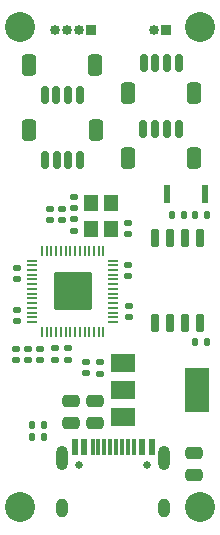
<source format=gts>
G04 #@! TF.GenerationSoftware,KiCad,Pcbnew,(6.0.6)*
G04 #@! TF.CreationDate,2022-07-02T21:51:47+02:00*
G04 #@! TF.ProjectId,hs3-arduino-nano,6873332d-6172-4647-9569-6e6f2d6e616e,rev?*
G04 #@! TF.SameCoordinates,Original*
G04 #@! TF.FileFunction,Soldermask,Top*
G04 #@! TF.FilePolarity,Negative*
%FSLAX46Y46*%
G04 Gerber Fmt 4.6, Leading zero omitted, Abs format (unit mm)*
G04 Created by KiCad (PCBNEW (6.0.6)) date 2022-07-02 21:51:47*
%MOMM*%
%LPD*%
G01*
G04 APERTURE LIST*
G04 Aperture macros list*
%AMRoundRect*
0 Rectangle with rounded corners*
0 $1 Rounding radius*
0 $2 $3 $4 $5 $6 $7 $8 $9 X,Y pos of 4 corners*
0 Add a 4 corners polygon primitive as box body*
4,1,4,$2,$3,$4,$5,$6,$7,$8,$9,$2,$3,0*
0 Add four circle primitives for the rounded corners*
1,1,$1+$1,$2,$3*
1,1,$1+$1,$4,$5*
1,1,$1+$1,$6,$7*
1,1,$1+$1,$8,$9*
0 Add four rect primitives between the rounded corners*
20,1,$1+$1,$2,$3,$4,$5,0*
20,1,$1+$1,$4,$5,$6,$7,0*
20,1,$1+$1,$6,$7,$8,$9,0*
20,1,$1+$1,$8,$9,$2,$3,0*%
G04 Aperture macros list end*
%ADD10C,2.540000*%
%ADD11RoundRect,0.140000X0.170000X-0.140000X0.170000X0.140000X-0.170000X0.140000X-0.170000X-0.140000X0*%
%ADD12R,0.550000X1.500000*%
%ADD13RoundRect,0.140000X-0.170000X0.140000X-0.170000X-0.140000X0.170000X-0.140000X0.170000X0.140000X0*%
%ADD14R,0.850000X0.850000*%
%ADD15O,0.850000X0.850000*%
%ADD16RoundRect,0.135000X0.185000X-0.135000X0.185000X0.135000X-0.185000X0.135000X-0.185000X-0.135000X0*%
%ADD17RoundRect,0.150000X0.150000X0.625000X-0.150000X0.625000X-0.150000X-0.625000X0.150000X-0.625000X0*%
%ADD18RoundRect,0.250000X0.350000X0.650000X-0.350000X0.650000X-0.350000X-0.650000X0.350000X-0.650000X0*%
%ADD19RoundRect,0.150000X-0.150000X-0.625000X0.150000X-0.625000X0.150000X0.625000X-0.150000X0.625000X0*%
%ADD20RoundRect,0.250000X-0.350000X-0.650000X0.350000X-0.650000X0.350000X0.650000X-0.350000X0.650000X0*%
%ADD21RoundRect,0.135000X-0.135000X-0.185000X0.135000X-0.185000X0.135000X0.185000X-0.135000X0.185000X0*%
%ADD22C,0.650000*%
%ADD23R,0.600000X1.450000*%
%ADD24R,0.300000X1.450000*%
%ADD25O,1.000000X2.100000*%
%ADD26O,1.000000X1.600000*%
%ADD27RoundRect,0.250000X-0.475000X0.250000X-0.475000X-0.250000X0.475000X-0.250000X0.475000X0.250000X0*%
%ADD28R,2.000000X1.500000*%
%ADD29R,2.000000X3.800000*%
%ADD30RoundRect,0.150000X-0.150000X0.650000X-0.150000X-0.650000X0.150000X-0.650000X0.150000X0.650000X0*%
%ADD31RoundRect,0.050000X0.387500X0.050000X-0.387500X0.050000X-0.387500X-0.050000X0.387500X-0.050000X0*%
%ADD32RoundRect,0.050000X0.050000X0.387500X-0.050000X0.387500X-0.050000X-0.387500X0.050000X-0.387500X0*%
%ADD33RoundRect,0.144000X1.456000X1.456000X-1.456000X1.456000X-1.456000X-1.456000X1.456000X-1.456000X0*%
%ADD34RoundRect,0.140000X0.140000X0.170000X-0.140000X0.170000X-0.140000X-0.170000X0.140000X-0.170000X0*%
%ADD35R,1.200000X1.400000*%
%ADD36RoundRect,0.250000X0.475000X-0.250000X0.475000X0.250000X-0.475000X0.250000X-0.475000X-0.250000X0*%
%ADD37RoundRect,0.135000X0.135000X0.185000X-0.135000X0.185000X-0.135000X-0.185000X0.135000X-0.185000X0*%
G04 APERTURE END LIST*
D10*
X139446000Y-68707000D03*
X139446000Y-109347000D03*
X154686000Y-109347000D03*
X154686000Y-68707000D03*
D11*
X148675000Y-93230000D03*
X148675000Y-92270000D03*
D12*
X155091800Y-82804000D03*
X151841800Y-82804000D03*
D13*
X145034000Y-97056000D03*
X145034000Y-98016000D03*
D11*
X144018000Y-84046000D03*
X144018000Y-83086000D03*
D14*
X151765000Y-68961000D03*
D15*
X150765000Y-68961000D03*
D11*
X148590000Y-86205000D03*
X148590000Y-85245000D03*
D16*
X144018000Y-85981000D03*
X144018000Y-84961000D03*
D13*
X141097000Y-95913000D03*
X141097000Y-96873000D03*
D17*
X152858600Y-77288000D03*
X151858600Y-77288000D03*
X150858600Y-77288000D03*
X149858600Y-77288000D03*
D18*
X148558600Y-79813000D03*
X154158600Y-79813000D03*
D11*
X139192000Y-90015000D03*
X139192000Y-89055000D03*
X139192000Y-93571000D03*
X139192000Y-92611000D03*
D19*
X141502000Y-74426200D03*
X142502000Y-74426200D03*
X143502000Y-74426200D03*
X144502000Y-74426200D03*
D20*
X145802000Y-71901200D03*
X140202000Y-71901200D03*
D21*
X154204000Y-84582000D03*
X155224000Y-84582000D03*
D22*
X150210000Y-105731000D03*
X144430000Y-105731000D03*
D23*
X144070000Y-104286000D03*
X144870000Y-104286000D03*
D24*
X146070000Y-104286000D03*
X147070000Y-104286000D03*
X147570000Y-104286000D03*
X148570000Y-104286000D03*
D23*
X149770000Y-104286000D03*
X150570000Y-104286000D03*
X150570000Y-104286000D03*
X149770000Y-104286000D03*
D24*
X149070000Y-104286000D03*
X148070000Y-104286000D03*
X146570000Y-104286000D03*
X145570000Y-104286000D03*
D23*
X144870000Y-104286000D03*
X144070000Y-104286000D03*
D25*
X143000000Y-105201000D03*
D26*
X151640000Y-109381000D03*
X143000000Y-109381000D03*
D25*
X151640000Y-105201000D03*
D14*
X145415000Y-68935600D03*
D15*
X144415000Y-68935600D03*
X143415000Y-68935600D03*
X142415000Y-68935600D03*
D11*
X148590000Y-89789000D03*
X148590000Y-88829000D03*
D13*
X140081000Y-95913000D03*
X140081000Y-96873000D03*
X139065000Y-95913000D03*
X139065000Y-96873000D03*
D27*
X143764000Y-100335000D03*
X143764000Y-102235000D03*
D16*
X143510000Y-96903000D03*
X143510000Y-95883000D03*
D17*
X152884000Y-71776200D03*
X151884000Y-71776200D03*
X150884000Y-71776200D03*
X149884000Y-71776200D03*
D18*
X154184000Y-74301200D03*
X148584000Y-74301200D03*
D27*
X154178000Y-104714000D03*
X154178000Y-106614000D03*
D21*
X152271000Y-84582000D03*
X153291000Y-84582000D03*
D11*
X141986000Y-85062000D03*
X141986000Y-84102000D03*
D28*
X148107000Y-97141000D03*
X148107000Y-99441000D03*
D29*
X154407000Y-99441000D03*
D28*
X148107000Y-101741000D03*
D19*
X141527400Y-79912600D03*
X142527400Y-79912600D03*
X143527400Y-79912600D03*
X144527400Y-79912600D03*
D20*
X145827400Y-77387600D03*
X140227400Y-77387600D03*
D30*
X154686000Y-86570000D03*
X153416000Y-86570000D03*
X152146000Y-86570000D03*
X150876000Y-86570000D03*
X150876000Y-93770000D03*
X152146000Y-93770000D03*
X153416000Y-93770000D03*
X154686000Y-93770000D03*
D16*
X142367000Y-96903000D03*
X142367000Y-95883000D03*
D13*
X146177000Y-97084000D03*
X146177000Y-98044000D03*
D31*
X147328500Y-93659000D03*
X147328500Y-93259000D03*
X147328500Y-92859000D03*
X147328500Y-92459000D03*
X147328500Y-92059000D03*
X147328500Y-91659000D03*
X147328500Y-91259000D03*
X147328500Y-90859000D03*
X147328500Y-90459000D03*
X147328500Y-90059000D03*
X147328500Y-89659000D03*
X147328500Y-89259000D03*
X147328500Y-88859000D03*
X147328500Y-88459000D03*
D32*
X146491000Y-87621500D03*
X146091000Y-87621500D03*
X145691000Y-87621500D03*
X145291000Y-87621500D03*
X144891000Y-87621500D03*
X144491000Y-87621500D03*
X144091000Y-87621500D03*
X143691000Y-87621500D03*
X143291000Y-87621500D03*
X142891000Y-87621500D03*
X142491000Y-87621500D03*
X142091000Y-87621500D03*
X141691000Y-87621500D03*
X141291000Y-87621500D03*
D31*
X140453500Y-88459000D03*
X140453500Y-88859000D03*
X140453500Y-89259000D03*
X140453500Y-89659000D03*
X140453500Y-90059000D03*
X140453500Y-90459000D03*
X140453500Y-90859000D03*
X140453500Y-91259000D03*
X140453500Y-91659000D03*
X140453500Y-92059000D03*
X140453500Y-92459000D03*
X140453500Y-92859000D03*
X140453500Y-93259000D03*
X140453500Y-93659000D03*
D32*
X141291000Y-94496500D03*
X141691000Y-94496500D03*
X142091000Y-94496500D03*
X142491000Y-94496500D03*
X142891000Y-94496500D03*
X143291000Y-94496500D03*
X143691000Y-94496500D03*
X144091000Y-94496500D03*
X144491000Y-94496500D03*
X144891000Y-94496500D03*
X145291000Y-94496500D03*
X145691000Y-94496500D03*
X146091000Y-94496500D03*
X146491000Y-94496500D03*
D33*
X143891000Y-91059000D03*
D21*
X140458000Y-102362000D03*
X141478000Y-102362000D03*
D34*
X155216800Y-95326200D03*
X154256800Y-95326200D03*
D35*
X145454000Y-83609000D03*
X145454000Y-85809000D03*
X147154000Y-85809000D03*
X147154000Y-83609000D03*
D36*
X145796000Y-102235000D03*
X145796000Y-100335000D03*
D11*
X143002000Y-85062000D03*
X143002000Y-84102000D03*
D37*
X141480000Y-103378000D03*
X140460000Y-103378000D03*
M02*

</source>
